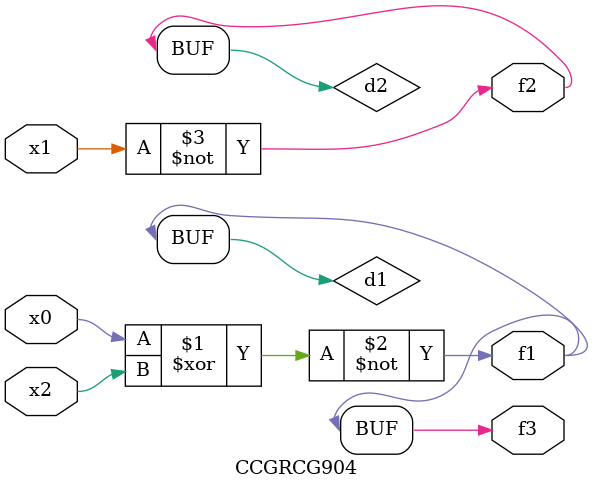
<source format=v>
module CCGRCG904(
	input x0, x1, x2,
	output f1, f2, f3
);

	wire d1, d2, d3;

	xnor (d1, x0, x2);
	nand (d2, x1);
	nor (d3, x1, x2);
	assign f1 = d1;
	assign f2 = d2;
	assign f3 = d1;
endmodule

</source>
